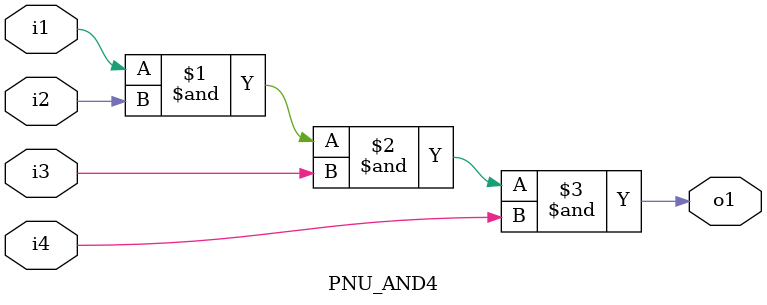
<source format=v>
/***********************
*
* Jong-gyu Park
* pjk5401@gmail.com
* 2016/09/02
*
***********************/

module PNU_AND4(i1, i2, i3, i4, o1);
    input i1, i2, i3, i4;
    output o1;
    assign o1 = i1 & i2 & i3 & i4;
endmodule
</source>
